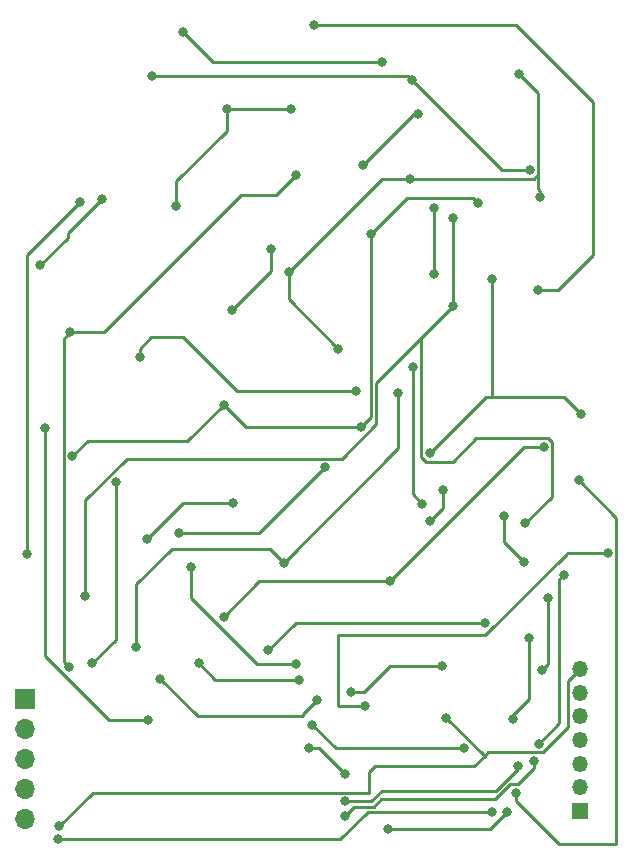
<source format=gbl>
G04 #@! TF.GenerationSoftware,KiCad,Pcbnew,5.1.6-c6e7f7d~86~ubuntu18.04.1*
G04 #@! TF.CreationDate,2020-06-18T14:32:00+02:00*
G04 #@! TF.ProjectId,pcb,7063622e-6b69-4636-9164-5f7063625858,rev?*
G04 #@! TF.SameCoordinates,Original*
G04 #@! TF.FileFunction,Copper,L2,Bot*
G04 #@! TF.FilePolarity,Positive*
%FSLAX46Y46*%
G04 Gerber Fmt 4.6, Leading zero omitted, Abs format (unit mm)*
G04 Created by KiCad (PCBNEW 5.1.6-c6e7f7d~86~ubuntu18.04.1) date 2020-06-18 14:32:00*
%MOMM*%
%LPD*%
G01*
G04 APERTURE LIST*
G04 #@! TA.AperFunction,ComponentPad*
%ADD10O,1.350000X1.350000*%
G04 #@! TD*
G04 #@! TA.AperFunction,ComponentPad*
%ADD11R,1.350000X1.350000*%
G04 #@! TD*
G04 #@! TA.AperFunction,ComponentPad*
%ADD12O,1.700000X1.700000*%
G04 #@! TD*
G04 #@! TA.AperFunction,ComponentPad*
%ADD13R,1.700000X1.700000*%
G04 #@! TD*
G04 #@! TA.AperFunction,ViaPad*
%ADD14C,0.800000*%
G04 #@! TD*
G04 #@! TA.AperFunction,Conductor*
%ADD15C,0.250000*%
G04 #@! TD*
G04 APERTURE END LIST*
D10*
G04 #@! TO.P,J2,7*
G04 #@! TO.N,GND*
X49500000Y-57600000D03*
G04 #@! TO.P,J2,6*
G04 #@! TO.N,Net-(J2-Pad6)*
X49500000Y-59600000D03*
G04 #@! TO.P,J2,5*
G04 #@! TO.N,Net-(J1-Pad2)*
X49500000Y-61600000D03*
G04 #@! TO.P,J2,4*
G04 #@! TO.N,Net-(J2-Pad4)*
X49500000Y-63600000D03*
G04 #@! TO.P,J2,3*
G04 #@! TO.N,Net-(J2-Pad3)*
X49500000Y-65600000D03*
G04 #@! TO.P,J2,2*
G04 #@! TO.N,Net-(J2-Pad2)*
X49500000Y-67600000D03*
D11*
G04 #@! TO.P,J2,1*
G04 #@! TO.N,Net-(J1-Pad1)*
X49500000Y-69600000D03*
G04 #@! TD*
D12*
G04 #@! TO.P,J1,5*
G04 #@! TO.N,GND*
X2500000Y-70260000D03*
G04 #@! TO.P,J1,4*
G04 #@! TO.N,Net-(J1-Pad4)*
X2500000Y-67720000D03*
G04 #@! TO.P,J1,3*
G04 #@! TO.N,Net-(J1-Pad3)*
X2500000Y-65180000D03*
G04 #@! TO.P,J1,2*
G04 #@! TO.N,Net-(J1-Pad2)*
X2500000Y-62640000D03*
D13*
G04 #@! TO.P,J1,1*
G04 #@! TO.N,Net-(J1-Pad1)*
X2500000Y-60100000D03*
G04 #@! TD*
D14*
G04 #@! TO.N,GND*
X5400000Y-70900000D03*
X38100000Y-61700000D03*
G04 #@! TO.N,Net-(J1-Pad4)*
X45600000Y-65400000D03*
X29600000Y-70000000D03*
G04 #@! TO.N,Net-(J1-Pad3)*
X44200000Y-65800000D03*
X29600000Y-68800000D03*
G04 #@! TO.N,Net-(J1-Pad2)*
X33200000Y-71100000D03*
X43300000Y-69700000D03*
G04 #@! TO.N,Net-(J1-Pad1)*
X42000000Y-69700000D03*
X5300000Y-72000000D03*
G04 #@! TO.N,Net-(R2-Pad1)*
X16570000Y-48960000D03*
X25460000Y-57140000D03*
G04 #@! TO.N,Net-(R3-Pad1)*
X46800000Y-51600000D03*
X46300000Y-57700000D03*
G04 #@! TO.N,Net-(R4-Pad1)*
X45200000Y-55000000D03*
X43800000Y-61800000D03*
G04 #@! TO.N,Net-(R5-Pad1)*
X44050000Y-68050000D03*
X49372500Y-41627500D03*
G04 #@! TO.N,Net-(R6-Pad1)*
X48100000Y-49600000D03*
X46000000Y-63900000D03*
G04 #@! TO.N,Net-(R7-Pad1)*
X26800000Y-62300000D03*
X39700000Y-64300000D03*
G04 #@! TO.N,Net-(R8-Pad1)*
X17200000Y-57100000D03*
X25700000Y-58500000D03*
G04 #@! TO.N,Net-(R10-Pad1)*
X51830000Y-47740000D03*
X31300000Y-60700000D03*
G04 #@! TO.N,Net-(R11-Pad1)*
X13900000Y-58400000D03*
X27200000Y-60200000D03*
X30100000Y-59500000D03*
X37800000Y-57300000D03*
G04 #@! TO.N,Net-(R12-Pad2)*
X29600000Y-66500000D03*
X26500000Y-64300000D03*
G04 #@! TO.N,/NL02*
X37112500Y-18587500D03*
X37112500Y-24187500D03*
X24972500Y-10187500D03*
X19600000Y-10187500D03*
X15312500Y-18387500D03*
X20100000Y-43500000D03*
X12800000Y-46600000D03*
G04 #@! TO.N,/NL01*
X27900000Y-40500000D03*
X36800010Y-39299990D03*
X49590000Y-36000000D03*
X15553750Y-46066250D03*
X42062500Y-24587500D03*
X23287500Y-22012500D03*
X20000000Y-27200000D03*
G04 #@! TO.N,/NL03*
X43050000Y-44620000D03*
X44700000Y-48520000D03*
X7150000Y-18050000D03*
X2684253Y-47884253D03*
X35312500Y-31987500D03*
X36100000Y-43587500D03*
X44300000Y-7200000D03*
X46100000Y-17600000D03*
X35106249Y-16093751D03*
X24800000Y-24000000D03*
X29000000Y-30500000D03*
G04 #@! TO.N,/NL04*
X38687500Y-19387500D03*
X38700000Y-26900000D03*
X32700000Y-6200000D03*
X15862490Y-3649990D03*
X31100000Y-14900000D03*
X35800000Y-10600000D03*
X7600000Y-51400000D03*
X44856250Y-45256250D03*
G04 #@! TO.N,/NL05*
X45218750Y-15368750D03*
X35248750Y-7738750D03*
X13263750Y-7376250D03*
X33370000Y-50160000D03*
X19300000Y-53200000D03*
X46400000Y-38760000D03*
G04 #@! TO.N,/NL06*
X23100000Y-56000000D03*
X41400000Y-53700000D03*
X6200000Y-57400000D03*
X6312500Y-29087500D03*
X25412500Y-15787500D03*
G04 #@! TO.N,/NL07*
X12870000Y-61870000D03*
X4200000Y-37200000D03*
X37900000Y-42400000D03*
X36800000Y-45100000D03*
G04 #@! TO.N,/NL08*
X11900000Y-55700000D03*
X24412500Y-48587500D03*
X27000000Y-3100000D03*
X45900000Y-25500000D03*
X12200000Y-31200000D03*
X30556250Y-34043750D03*
X34112500Y-34200000D03*
G04 #@! TO.N,/NL10*
X6500000Y-39600000D03*
X19300000Y-35200000D03*
X40850000Y-18100000D03*
X31780000Y-20730000D03*
X30932500Y-37087500D03*
G04 #@! TO.N,/NL11*
X10187500Y-41787500D03*
X8200000Y-57100000D03*
X8987500Y-17812500D03*
X3800000Y-23412500D03*
G04 #@! TD*
D15*
G04 #@! TO.N,GND*
X41398003Y-64925001D02*
X38173002Y-61700000D01*
X38173002Y-61700000D02*
X38100000Y-61700000D01*
X46348001Y-64625001D02*
X41698003Y-64625001D01*
X41698003Y-64625001D02*
X41398003Y-64925001D01*
X40523004Y-65800000D02*
X41398003Y-64925001D01*
X5400000Y-70900000D02*
X8225001Y-68074999D01*
X31615771Y-68074999D02*
X31615771Y-66284229D01*
X8225001Y-68074999D02*
X31615771Y-68074999D01*
X32100000Y-65800000D02*
X40523004Y-65800000D01*
X31615771Y-66284229D02*
X32100000Y-65800000D01*
X48499999Y-58600001D02*
X49500000Y-57600000D01*
X48499999Y-62473003D02*
X48499999Y-58600001D01*
X46348001Y-64625001D02*
X48499999Y-62473003D01*
G04 #@! TO.N,Net-(J1-Pad4)*
X32663590Y-68600000D02*
X42300000Y-68600000D01*
X42300000Y-68600000D02*
X43575001Y-67324999D01*
X44240686Y-67324999D02*
X43575001Y-67324999D01*
X45600000Y-65965685D02*
X44240686Y-67324999D01*
X45600000Y-65400000D02*
X45600000Y-65965685D01*
X30349990Y-69250010D02*
X29600000Y-70000000D01*
X32013580Y-69250010D02*
X30349990Y-69250010D01*
X32663590Y-68600000D02*
X32013580Y-69250010D01*
G04 #@! TO.N,Net-(J1-Pad3)*
X44200000Y-66063590D02*
X44200000Y-65800000D01*
X42363590Y-67900000D02*
X44200000Y-66063590D01*
X32727180Y-67900000D02*
X42363590Y-67900000D01*
X31827180Y-68800000D02*
X29600000Y-68800000D01*
X32727180Y-67900000D02*
X31827180Y-68800000D01*
G04 #@! TO.N,Net-(J1-Pad2)*
X33200000Y-71100000D02*
X41900000Y-71100000D01*
X41900000Y-71100000D02*
X43300000Y-69700000D01*
X43300000Y-69700000D02*
X43300000Y-69700000D01*
G04 #@! TO.N,Net-(J1-Pad1)*
X42000000Y-69700000D02*
X32200000Y-69700000D01*
X29200000Y-72000000D02*
X5300000Y-72000000D01*
X31499980Y-69700020D02*
X29200000Y-72000000D01*
X32199980Y-69700020D02*
X31499980Y-69700020D01*
X32200000Y-69700000D02*
X32199980Y-69700020D01*
G04 #@! TO.N,Net-(R2-Pad1)*
X16570000Y-51543002D02*
X22166998Y-57140000D01*
X16570000Y-48960000D02*
X16570000Y-51543002D01*
X22166998Y-57140000D02*
X25460000Y-57140000D01*
G04 #@! TO.N,Net-(R3-Pad1)*
X46800000Y-57200000D02*
X46300000Y-57700000D01*
X46800000Y-51600000D02*
X46800000Y-57200000D01*
G04 #@! TO.N,Net-(R4-Pad1)*
X45200000Y-55000000D02*
X45200000Y-60100000D01*
X43800000Y-61800000D02*
X43800000Y-61800000D01*
X45200000Y-60100000D02*
X43800000Y-61500000D01*
G04 #@! TO.N,Net-(R5-Pad1)*
X49372500Y-41627500D02*
X52555001Y-44810001D01*
X52555001Y-44810001D02*
X52555001Y-72344999D01*
X52555001Y-72344999D02*
X52500000Y-72400000D01*
X52500000Y-72400000D02*
X47700000Y-72400000D01*
X47700000Y-72400000D02*
X44050000Y-68750000D01*
X44050000Y-68750000D02*
X44050000Y-68050000D01*
G04 #@! TO.N,Net-(R6-Pad1)*
X47700001Y-62199999D02*
X46000000Y-63900000D01*
X47700001Y-49999999D02*
X47700001Y-62199999D01*
X48100000Y-49600000D02*
X47700001Y-49999999D01*
G04 #@! TO.N,Net-(R7-Pad1)*
X39700000Y-64300000D02*
X39700000Y-64300000D01*
X28800000Y-64300000D02*
X26800000Y-62300000D01*
X39700000Y-64300000D02*
X28800000Y-64300000D01*
G04 #@! TO.N,Net-(R8-Pad1)*
X17200000Y-57100000D02*
X18600000Y-58500000D01*
X18600000Y-58500000D02*
X25700000Y-58500000D01*
G04 #@! TO.N,Net-(R10-Pad1)*
X31300000Y-60700000D02*
X31300000Y-60700000D01*
X29000000Y-60700000D02*
X31300000Y-60700000D01*
X48360000Y-47740000D02*
X48360000Y-47813002D01*
X29000000Y-54700000D02*
X29000000Y-60700000D01*
X51830000Y-47740000D02*
X48360000Y-47740000D01*
X48360000Y-47813002D02*
X41473002Y-54700000D01*
X41473002Y-54700000D02*
X29000000Y-54700000D01*
G04 #@! TO.N,Net-(R11-Pad1)*
X13900000Y-58400000D02*
X17100000Y-61600000D01*
X17100000Y-61600000D02*
X26000000Y-61600000D01*
X26000000Y-61600000D02*
X26000000Y-61400000D01*
X26000000Y-61400000D02*
X27200000Y-60200000D01*
X27200000Y-60200000D02*
X27200000Y-60200000D01*
X31173002Y-59500000D02*
X33373002Y-57300000D01*
X30100000Y-59500000D02*
X31173002Y-59500000D01*
X33373002Y-57300000D02*
X37800000Y-57300000D01*
X37800000Y-57300000D02*
X37800000Y-57300000D01*
G04 #@! TO.N,Net-(R12-Pad2)*
X27400000Y-64300000D02*
X29600000Y-66500000D01*
X26500000Y-64300000D02*
X27400000Y-64300000D01*
G04 #@! TO.N,/NL02*
X37112500Y-18587500D02*
X37112500Y-24187500D01*
X37112500Y-24187500D02*
X37112500Y-24187500D01*
X19600000Y-10187500D02*
X24972500Y-10187500D01*
X19600000Y-10187500D02*
X19600000Y-12000000D01*
X15312500Y-16287500D02*
X15312500Y-18387500D01*
X19600000Y-12000000D02*
X15312500Y-16287500D01*
X15900000Y-43500000D02*
X12800000Y-46600000D01*
X20100000Y-43500000D02*
X15900000Y-43500000D01*
G04 #@! TO.N,/NL01*
X36800010Y-39299990D02*
X41550000Y-34550000D01*
X48140000Y-34550000D02*
X49590000Y-36000000D01*
X49590000Y-36000000D02*
X49630000Y-36040000D01*
X42062500Y-34522500D02*
X42090000Y-34550000D01*
X42062500Y-24587500D02*
X42062500Y-34522500D01*
X41550000Y-34550000D02*
X42090000Y-34550000D01*
X42090000Y-34550000D02*
X48140000Y-34550000D01*
X27900000Y-40500000D02*
X22300000Y-46100000D01*
X15587500Y-46100000D02*
X15553750Y-46066250D01*
X22300000Y-46100000D02*
X15587500Y-46100000D01*
X23287500Y-23912500D02*
X20000000Y-27200000D01*
X23287500Y-22012500D02*
X23287500Y-23912500D01*
G04 #@! TO.N,/NL03*
X43050000Y-44620000D02*
X43050000Y-46870000D01*
X43050000Y-46870000D02*
X44700000Y-48520000D01*
X44700000Y-48520000D02*
X44700000Y-48520000D01*
X2684253Y-22515747D02*
X2684253Y-47884253D01*
X7150000Y-18050000D02*
X2684253Y-22515747D01*
X35312500Y-42800000D02*
X36100000Y-43587500D01*
X35312500Y-31987500D02*
X35312500Y-42800000D01*
X45943751Y-15716751D02*
X45566751Y-16093751D01*
X45943751Y-8843751D02*
X45943751Y-15716751D01*
X45566751Y-16093751D02*
X35106249Y-16093751D01*
X44300000Y-7200000D02*
X45943751Y-8843751D01*
X45943751Y-15716751D02*
X45943751Y-16943751D01*
X45943751Y-16943751D02*
X46100000Y-17100000D01*
X46100000Y-17100000D02*
X46100000Y-17600000D01*
X46100000Y-17600000D02*
X46100000Y-17600000D01*
X32706249Y-16093751D02*
X24800000Y-24000000D01*
X35106249Y-16093751D02*
X32706249Y-16093751D01*
X24800000Y-26300000D02*
X29000000Y-30500000D01*
X24800000Y-24000000D02*
X24800000Y-26300000D01*
G04 #@! TO.N,/NL04*
X38687500Y-26887500D02*
X38700000Y-26900000D01*
X38687500Y-19387500D02*
X38687500Y-26887500D01*
X18412500Y-6200000D02*
X15862490Y-3649990D01*
X32700000Y-6200000D02*
X18412500Y-6200000D01*
X31100000Y-14900000D02*
X35400000Y-10600000D01*
X35400000Y-10600000D02*
X35800000Y-10600000D01*
X35800000Y-10600000D02*
X35800000Y-10600000D01*
X7600000Y-43301998D02*
X7600000Y-51400000D01*
X11126999Y-39774999D02*
X7600000Y-43301998D01*
X29318003Y-39774999D02*
X11126999Y-39774999D01*
X32230010Y-36862992D02*
X29318003Y-39774999D01*
X32230010Y-33369990D02*
X32230010Y-36862992D01*
X36037501Y-29737501D02*
X35950000Y-29650000D01*
X38688031Y-40024991D02*
X36452009Y-40024991D01*
X36037501Y-39610483D02*
X36037501Y-29737501D01*
X35950000Y-29650000D02*
X32230010Y-33369990D01*
X36452009Y-40024991D02*
X36037501Y-39610483D01*
X47125001Y-42987499D02*
X47125001Y-38411999D01*
X44856250Y-45256250D02*
X47125001Y-42987499D01*
X38700000Y-26900000D02*
X35950000Y-29650000D01*
X46748001Y-38034999D02*
X47125001Y-38411999D01*
X40678023Y-38034999D02*
X46748001Y-38034999D01*
X38688031Y-40024991D02*
X40678023Y-38034999D01*
G04 #@! TO.N,/NL05*
X42878750Y-15368750D02*
X35248750Y-7738750D01*
X45218750Y-15368750D02*
X42878750Y-15368750D01*
X34886250Y-7376250D02*
X35248750Y-7738750D01*
X13263750Y-7376250D02*
X34886250Y-7376250D01*
X22340000Y-50160000D02*
X19300000Y-53200000D01*
X33370000Y-50160000D02*
X22340000Y-50160000D01*
X44770000Y-38760000D02*
X33370000Y-50160000D01*
X46400000Y-38760000D02*
X44770000Y-38760000D01*
G04 #@! TO.N,/NL06*
X25400000Y-53700000D02*
X23100000Y-56000000D01*
X41400000Y-53700000D02*
X25400000Y-53700000D01*
X5774999Y-56974999D02*
X6200000Y-57400000D01*
X6312500Y-29087500D02*
X5774999Y-29625001D01*
X5774999Y-29625001D02*
X5774999Y-56974999D01*
X6312500Y-29087500D02*
X9212500Y-29087500D01*
X9212500Y-29087500D02*
X20800000Y-17500000D01*
X23700000Y-17500000D02*
X25412500Y-15787500D01*
X20800000Y-17500000D02*
X23700000Y-17500000D01*
G04 #@! TO.N,/NL07*
X4200000Y-56473002D02*
X9596998Y-61870000D01*
X9596998Y-61870000D02*
X12870000Y-61870000D01*
X4200000Y-37200000D02*
X4200000Y-56473002D01*
X37900000Y-44000000D02*
X36800000Y-45100000D01*
X37900000Y-42400000D02*
X37900000Y-44000000D01*
G04 #@! TO.N,/NL08*
X11900000Y-55700000D02*
X11900000Y-50400000D01*
X11900000Y-50400000D02*
X14900000Y-47400000D01*
X23225000Y-47400000D02*
X24412500Y-48587500D01*
X14900000Y-47400000D02*
X23225000Y-47400000D01*
X27000000Y-3100000D02*
X44100000Y-3100000D01*
X44100000Y-3100000D02*
X50600000Y-9600000D01*
X50600000Y-9600000D02*
X50600000Y-22500000D01*
X47600000Y-25500000D02*
X50600000Y-22500000D01*
X45900000Y-25500000D02*
X47600000Y-25500000D01*
X30556250Y-34043750D02*
X20443750Y-34043750D01*
X20443750Y-34043750D02*
X15900000Y-29500000D01*
X12200000Y-31200000D02*
X12200000Y-30500000D01*
X13200000Y-29500000D02*
X15900000Y-29500000D01*
X12200000Y-30500000D02*
X13200000Y-29500000D01*
X34112500Y-38887500D02*
X24412500Y-48587500D01*
X34112500Y-34200000D02*
X34112500Y-38887500D01*
G04 #@! TO.N,/NL10*
X6500000Y-39600000D02*
X7800000Y-38300000D01*
X7800000Y-38300000D02*
X16200000Y-38300000D01*
X16200000Y-38300000D02*
X19300000Y-35200000D01*
X19300000Y-35200000D02*
X19300000Y-35200000D01*
X40450001Y-17700001D02*
X34809999Y-17700001D01*
X40850000Y-18100000D02*
X40450001Y-17700001D01*
X34809999Y-17700001D02*
X31780000Y-20730000D01*
X31780000Y-20730000D02*
X31780000Y-20730000D01*
X31780000Y-36240000D02*
X31780000Y-20730000D01*
X30932500Y-37087500D02*
X31780000Y-36240000D01*
X21187500Y-37087500D02*
X19300000Y-35200000D01*
X30932500Y-37087500D02*
X21187500Y-37087500D01*
G04 #@! TO.N,/NL11*
X10187500Y-55112500D02*
X8200000Y-57100000D01*
X10187500Y-41787500D02*
X10187500Y-55112500D01*
X8987500Y-17812500D02*
X6100000Y-20700000D01*
X6100000Y-21112500D02*
X3800000Y-23412500D01*
X6100000Y-20700000D02*
X6100000Y-21112500D01*
G04 #@! TD*
M02*

</source>
